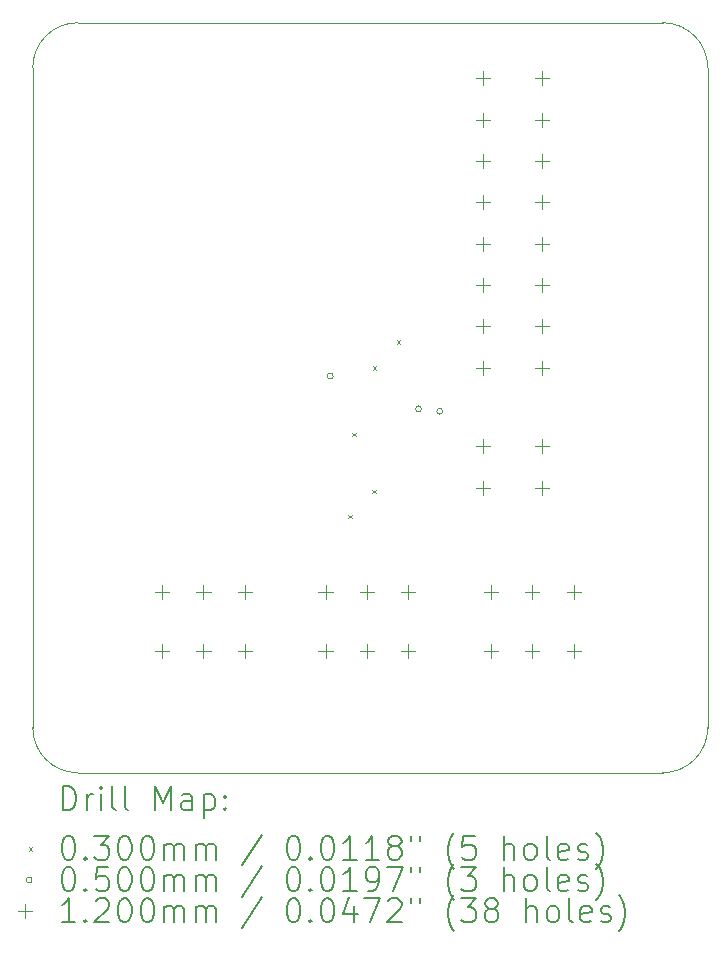
<source format=gbr>
%TF.GenerationSoftware,KiCad,Pcbnew,9.0.0*%
%TF.CreationDate,2025-02-28T23:18:16-08:00*%
%TF.ProjectId,Constellation STAR LAF V1.1,436f6e73-7465-46c6-9c61-74696f6e2053,rev?*%
%TF.SameCoordinates,Original*%
%TF.FileFunction,Drillmap*%
%TF.FilePolarity,Positive*%
%FSLAX45Y45*%
G04 Gerber Fmt 4.5, Leading zero omitted, Abs format (unit mm)*
G04 Created by KiCad (PCBNEW 9.0.0) date 2025-02-28 23:18:16*
%MOMM*%
%LPD*%
G01*
G04 APERTURE LIST*
%ADD10C,0.100000*%
%ADD11C,0.200000*%
%ADD12C,0.120000*%
G04 APERTURE END LIST*
D10*
X2540000Y-8509000D02*
X2540000Y-2921000D01*
X2921000Y-8890000D02*
G75*
G02*
X2540000Y-8509000I0J381000D01*
G01*
X8255000Y-8509000D02*
G75*
G02*
X7874000Y-8890000I-381000J0D01*
G01*
X2540000Y-2921000D02*
G75*
G02*
X2921000Y-2540000I381000J0D01*
G01*
X7874000Y-8890000D02*
X2921000Y-8890000D01*
X8255000Y-2921000D02*
X8255000Y-8509000D01*
X7874000Y-2540000D02*
G75*
G02*
X8255000Y-2921000I0J-381000D01*
G01*
X2921000Y-2540000D02*
X7874000Y-2540000D01*
D11*
D10*
X5212000Y-6705000D02*
X5242000Y-6735000D01*
X5242000Y-6705000D02*
X5212000Y-6735000D01*
X5246000Y-6013000D02*
X5276000Y-6043000D01*
X5276000Y-6013000D02*
X5246000Y-6043000D01*
X5413000Y-6494000D02*
X5443000Y-6524000D01*
X5443000Y-6494000D02*
X5413000Y-6524000D01*
X5419000Y-5447000D02*
X5449000Y-5477000D01*
X5449000Y-5447000D02*
X5419000Y-5477000D01*
X5621000Y-5228000D02*
X5651000Y-5258000D01*
X5651000Y-5228000D02*
X5621000Y-5258000D01*
X5084000Y-5532000D02*
G75*
G02*
X5034000Y-5532000I-25000J0D01*
G01*
X5034000Y-5532000D02*
G75*
G02*
X5084000Y-5532000I25000J0D01*
G01*
X5831000Y-5809000D02*
G75*
G02*
X5781000Y-5809000I-25000J0D01*
G01*
X5781000Y-5809000D02*
G75*
G02*
X5831000Y-5809000I25000J0D01*
G01*
X6011000Y-5830000D02*
G75*
G02*
X5961000Y-5830000I-25000J0D01*
G01*
X5961000Y-5830000D02*
G75*
G02*
X6011000Y-5830000I25000J0D01*
G01*
D12*
X3635000Y-7298000D02*
X3635000Y-7418000D01*
X3575000Y-7358000D02*
X3695000Y-7358000D01*
X3635000Y-7798000D02*
X3635000Y-7918000D01*
X3575000Y-7858000D02*
X3695000Y-7858000D01*
X3985000Y-7298000D02*
X3985000Y-7418000D01*
X3925000Y-7358000D02*
X4045000Y-7358000D01*
X3985000Y-7798000D02*
X3985000Y-7918000D01*
X3925000Y-7858000D02*
X4045000Y-7858000D01*
X4335000Y-7298000D02*
X4335000Y-7418000D01*
X4275000Y-7358000D02*
X4395000Y-7358000D01*
X4335000Y-7798000D02*
X4335000Y-7918000D01*
X4275000Y-7858000D02*
X4395000Y-7858000D01*
X5019000Y-7298000D02*
X5019000Y-7418000D01*
X4959000Y-7358000D02*
X5079000Y-7358000D01*
X5019000Y-7798000D02*
X5019000Y-7918000D01*
X4959000Y-7858000D02*
X5079000Y-7858000D01*
X5369000Y-7298000D02*
X5369000Y-7418000D01*
X5309000Y-7358000D02*
X5429000Y-7358000D01*
X5369000Y-7798000D02*
X5369000Y-7918000D01*
X5309000Y-7858000D02*
X5429000Y-7858000D01*
X5719000Y-7298000D02*
X5719000Y-7418000D01*
X5659000Y-7358000D02*
X5779000Y-7358000D01*
X5719000Y-7798000D02*
X5719000Y-7918000D01*
X5659000Y-7858000D02*
X5779000Y-7858000D01*
X6350000Y-2950999D02*
X6350000Y-3070999D01*
X6290000Y-3010999D02*
X6410000Y-3010999D01*
X6350000Y-3301000D02*
X6350000Y-3421000D01*
X6290000Y-3361000D02*
X6410000Y-3361000D01*
X6350000Y-3651000D02*
X6350000Y-3771000D01*
X6290000Y-3711000D02*
X6410000Y-3711000D01*
X6350000Y-4001000D02*
X6350000Y-4121000D01*
X6290000Y-4061000D02*
X6410000Y-4061000D01*
X6350000Y-4351000D02*
X6350000Y-4471000D01*
X6290000Y-4411000D02*
X6410000Y-4411000D01*
X6350000Y-4701000D02*
X6350000Y-4821000D01*
X6290000Y-4761000D02*
X6410000Y-4761000D01*
X6350000Y-5051000D02*
X6350000Y-5171000D01*
X6290000Y-5111000D02*
X6410000Y-5111000D01*
X6350000Y-5401000D02*
X6350000Y-5521000D01*
X6290000Y-5461000D02*
X6410000Y-5461000D01*
X6350000Y-6067000D02*
X6350000Y-6187000D01*
X6290000Y-6127000D02*
X6410000Y-6127000D01*
X6350000Y-6417000D02*
X6350000Y-6537000D01*
X6290000Y-6477000D02*
X6410000Y-6477000D01*
X6419500Y-7298000D02*
X6419500Y-7418000D01*
X6359500Y-7358000D02*
X6479500Y-7358000D01*
X6419500Y-7798000D02*
X6419500Y-7918000D01*
X6359500Y-7858000D02*
X6479500Y-7858000D01*
X6769500Y-7298000D02*
X6769500Y-7418000D01*
X6709500Y-7358000D02*
X6829500Y-7358000D01*
X6769500Y-7798000D02*
X6769500Y-7918000D01*
X6709500Y-7858000D02*
X6829500Y-7858000D01*
X6850000Y-5051000D02*
X6850000Y-5171000D01*
X6790000Y-5111000D02*
X6910000Y-5111000D01*
X6850000Y-2950999D02*
X6850000Y-3070999D01*
X6790000Y-3010999D02*
X6910000Y-3010999D01*
X6850000Y-3301000D02*
X6850000Y-3421000D01*
X6790000Y-3361000D02*
X6910000Y-3361000D01*
X6850000Y-3651000D02*
X6850000Y-3771000D01*
X6790000Y-3711000D02*
X6910000Y-3711000D01*
X6850000Y-4001000D02*
X6850000Y-4121000D01*
X6790000Y-4061000D02*
X6910000Y-4061000D01*
X6850000Y-4351000D02*
X6850000Y-4471000D01*
X6790000Y-4411000D02*
X6910000Y-4411000D01*
X6850000Y-4701000D02*
X6850000Y-4821000D01*
X6790000Y-4761000D02*
X6910000Y-4761000D01*
X6850000Y-5401000D02*
X6850000Y-5521000D01*
X6790000Y-5461000D02*
X6910000Y-5461000D01*
X6850000Y-6067000D02*
X6850000Y-6187000D01*
X6790000Y-6127000D02*
X6910000Y-6127000D01*
X6850000Y-6417000D02*
X6850000Y-6537000D01*
X6790000Y-6477000D02*
X6910000Y-6477000D01*
X7119500Y-7298000D02*
X7119500Y-7418000D01*
X7059500Y-7358000D02*
X7179500Y-7358000D01*
X7119500Y-7798000D02*
X7119500Y-7918000D01*
X7059500Y-7858000D02*
X7179500Y-7858000D01*
D11*
X2795777Y-9206484D02*
X2795777Y-9006484D01*
X2795777Y-9006484D02*
X2843396Y-9006484D01*
X2843396Y-9006484D02*
X2871967Y-9016008D01*
X2871967Y-9016008D02*
X2891015Y-9035055D01*
X2891015Y-9035055D02*
X2900539Y-9054103D01*
X2900539Y-9054103D02*
X2910062Y-9092198D01*
X2910062Y-9092198D02*
X2910062Y-9120770D01*
X2910062Y-9120770D02*
X2900539Y-9158865D01*
X2900539Y-9158865D02*
X2891015Y-9177912D01*
X2891015Y-9177912D02*
X2871967Y-9196960D01*
X2871967Y-9196960D02*
X2843396Y-9206484D01*
X2843396Y-9206484D02*
X2795777Y-9206484D01*
X2995777Y-9206484D02*
X2995777Y-9073150D01*
X2995777Y-9111246D02*
X3005301Y-9092198D01*
X3005301Y-9092198D02*
X3014824Y-9082674D01*
X3014824Y-9082674D02*
X3033872Y-9073150D01*
X3033872Y-9073150D02*
X3052920Y-9073150D01*
X3119586Y-9206484D02*
X3119586Y-9073150D01*
X3119586Y-9006484D02*
X3110062Y-9016008D01*
X3110062Y-9016008D02*
X3119586Y-9025531D01*
X3119586Y-9025531D02*
X3129110Y-9016008D01*
X3129110Y-9016008D02*
X3119586Y-9006484D01*
X3119586Y-9006484D02*
X3119586Y-9025531D01*
X3243396Y-9206484D02*
X3224348Y-9196960D01*
X3224348Y-9196960D02*
X3214824Y-9177912D01*
X3214824Y-9177912D02*
X3214824Y-9006484D01*
X3348158Y-9206484D02*
X3329110Y-9196960D01*
X3329110Y-9196960D02*
X3319586Y-9177912D01*
X3319586Y-9177912D02*
X3319586Y-9006484D01*
X3576729Y-9206484D02*
X3576729Y-9006484D01*
X3576729Y-9006484D02*
X3643396Y-9149341D01*
X3643396Y-9149341D02*
X3710062Y-9006484D01*
X3710062Y-9006484D02*
X3710062Y-9206484D01*
X3891015Y-9206484D02*
X3891015Y-9101722D01*
X3891015Y-9101722D02*
X3881491Y-9082674D01*
X3881491Y-9082674D02*
X3862443Y-9073150D01*
X3862443Y-9073150D02*
X3824348Y-9073150D01*
X3824348Y-9073150D02*
X3805301Y-9082674D01*
X3891015Y-9196960D02*
X3871967Y-9206484D01*
X3871967Y-9206484D02*
X3824348Y-9206484D01*
X3824348Y-9206484D02*
X3805301Y-9196960D01*
X3805301Y-9196960D02*
X3795777Y-9177912D01*
X3795777Y-9177912D02*
X3795777Y-9158865D01*
X3795777Y-9158865D02*
X3805301Y-9139817D01*
X3805301Y-9139817D02*
X3824348Y-9130293D01*
X3824348Y-9130293D02*
X3871967Y-9130293D01*
X3871967Y-9130293D02*
X3891015Y-9120770D01*
X3986253Y-9073150D02*
X3986253Y-9273150D01*
X3986253Y-9082674D02*
X4005301Y-9073150D01*
X4005301Y-9073150D02*
X4043396Y-9073150D01*
X4043396Y-9073150D02*
X4062443Y-9082674D01*
X4062443Y-9082674D02*
X4071967Y-9092198D01*
X4071967Y-9092198D02*
X4081491Y-9111246D01*
X4081491Y-9111246D02*
X4081491Y-9168389D01*
X4081491Y-9168389D02*
X4071967Y-9187436D01*
X4071967Y-9187436D02*
X4062443Y-9196960D01*
X4062443Y-9196960D02*
X4043396Y-9206484D01*
X4043396Y-9206484D02*
X4005301Y-9206484D01*
X4005301Y-9206484D02*
X3986253Y-9196960D01*
X4167205Y-9187436D02*
X4176729Y-9196960D01*
X4176729Y-9196960D02*
X4167205Y-9206484D01*
X4167205Y-9206484D02*
X4157682Y-9196960D01*
X4157682Y-9196960D02*
X4167205Y-9187436D01*
X4167205Y-9187436D02*
X4167205Y-9206484D01*
X4167205Y-9082674D02*
X4176729Y-9092198D01*
X4176729Y-9092198D02*
X4167205Y-9101722D01*
X4167205Y-9101722D02*
X4157682Y-9092198D01*
X4157682Y-9092198D02*
X4167205Y-9082674D01*
X4167205Y-9082674D02*
X4167205Y-9101722D01*
D10*
X2505000Y-9520000D02*
X2535000Y-9550000D01*
X2535000Y-9520000D02*
X2505000Y-9550000D01*
D11*
X2833872Y-9426484D02*
X2852920Y-9426484D01*
X2852920Y-9426484D02*
X2871967Y-9436008D01*
X2871967Y-9436008D02*
X2881491Y-9445531D01*
X2881491Y-9445531D02*
X2891015Y-9464579D01*
X2891015Y-9464579D02*
X2900539Y-9502674D01*
X2900539Y-9502674D02*
X2900539Y-9550293D01*
X2900539Y-9550293D02*
X2891015Y-9588389D01*
X2891015Y-9588389D02*
X2881491Y-9607436D01*
X2881491Y-9607436D02*
X2871967Y-9616960D01*
X2871967Y-9616960D02*
X2852920Y-9626484D01*
X2852920Y-9626484D02*
X2833872Y-9626484D01*
X2833872Y-9626484D02*
X2814824Y-9616960D01*
X2814824Y-9616960D02*
X2805301Y-9607436D01*
X2805301Y-9607436D02*
X2795777Y-9588389D01*
X2795777Y-9588389D02*
X2786253Y-9550293D01*
X2786253Y-9550293D02*
X2786253Y-9502674D01*
X2786253Y-9502674D02*
X2795777Y-9464579D01*
X2795777Y-9464579D02*
X2805301Y-9445531D01*
X2805301Y-9445531D02*
X2814824Y-9436008D01*
X2814824Y-9436008D02*
X2833872Y-9426484D01*
X2986253Y-9607436D02*
X2995777Y-9616960D01*
X2995777Y-9616960D02*
X2986253Y-9626484D01*
X2986253Y-9626484D02*
X2976729Y-9616960D01*
X2976729Y-9616960D02*
X2986253Y-9607436D01*
X2986253Y-9607436D02*
X2986253Y-9626484D01*
X3062443Y-9426484D02*
X3186253Y-9426484D01*
X3186253Y-9426484D02*
X3119586Y-9502674D01*
X3119586Y-9502674D02*
X3148158Y-9502674D01*
X3148158Y-9502674D02*
X3167205Y-9512198D01*
X3167205Y-9512198D02*
X3176729Y-9521722D01*
X3176729Y-9521722D02*
X3186253Y-9540770D01*
X3186253Y-9540770D02*
X3186253Y-9588389D01*
X3186253Y-9588389D02*
X3176729Y-9607436D01*
X3176729Y-9607436D02*
X3167205Y-9616960D01*
X3167205Y-9616960D02*
X3148158Y-9626484D01*
X3148158Y-9626484D02*
X3091015Y-9626484D01*
X3091015Y-9626484D02*
X3071967Y-9616960D01*
X3071967Y-9616960D02*
X3062443Y-9607436D01*
X3310062Y-9426484D02*
X3329110Y-9426484D01*
X3329110Y-9426484D02*
X3348158Y-9436008D01*
X3348158Y-9436008D02*
X3357682Y-9445531D01*
X3357682Y-9445531D02*
X3367205Y-9464579D01*
X3367205Y-9464579D02*
X3376729Y-9502674D01*
X3376729Y-9502674D02*
X3376729Y-9550293D01*
X3376729Y-9550293D02*
X3367205Y-9588389D01*
X3367205Y-9588389D02*
X3357682Y-9607436D01*
X3357682Y-9607436D02*
X3348158Y-9616960D01*
X3348158Y-9616960D02*
X3329110Y-9626484D01*
X3329110Y-9626484D02*
X3310062Y-9626484D01*
X3310062Y-9626484D02*
X3291015Y-9616960D01*
X3291015Y-9616960D02*
X3281491Y-9607436D01*
X3281491Y-9607436D02*
X3271967Y-9588389D01*
X3271967Y-9588389D02*
X3262443Y-9550293D01*
X3262443Y-9550293D02*
X3262443Y-9502674D01*
X3262443Y-9502674D02*
X3271967Y-9464579D01*
X3271967Y-9464579D02*
X3281491Y-9445531D01*
X3281491Y-9445531D02*
X3291015Y-9436008D01*
X3291015Y-9436008D02*
X3310062Y-9426484D01*
X3500539Y-9426484D02*
X3519586Y-9426484D01*
X3519586Y-9426484D02*
X3538634Y-9436008D01*
X3538634Y-9436008D02*
X3548158Y-9445531D01*
X3548158Y-9445531D02*
X3557682Y-9464579D01*
X3557682Y-9464579D02*
X3567205Y-9502674D01*
X3567205Y-9502674D02*
X3567205Y-9550293D01*
X3567205Y-9550293D02*
X3557682Y-9588389D01*
X3557682Y-9588389D02*
X3548158Y-9607436D01*
X3548158Y-9607436D02*
X3538634Y-9616960D01*
X3538634Y-9616960D02*
X3519586Y-9626484D01*
X3519586Y-9626484D02*
X3500539Y-9626484D01*
X3500539Y-9626484D02*
X3481491Y-9616960D01*
X3481491Y-9616960D02*
X3471967Y-9607436D01*
X3471967Y-9607436D02*
X3462443Y-9588389D01*
X3462443Y-9588389D02*
X3452920Y-9550293D01*
X3452920Y-9550293D02*
X3452920Y-9502674D01*
X3452920Y-9502674D02*
X3462443Y-9464579D01*
X3462443Y-9464579D02*
X3471967Y-9445531D01*
X3471967Y-9445531D02*
X3481491Y-9436008D01*
X3481491Y-9436008D02*
X3500539Y-9426484D01*
X3652920Y-9626484D02*
X3652920Y-9493150D01*
X3652920Y-9512198D02*
X3662443Y-9502674D01*
X3662443Y-9502674D02*
X3681491Y-9493150D01*
X3681491Y-9493150D02*
X3710063Y-9493150D01*
X3710063Y-9493150D02*
X3729110Y-9502674D01*
X3729110Y-9502674D02*
X3738634Y-9521722D01*
X3738634Y-9521722D02*
X3738634Y-9626484D01*
X3738634Y-9521722D02*
X3748158Y-9502674D01*
X3748158Y-9502674D02*
X3767205Y-9493150D01*
X3767205Y-9493150D02*
X3795777Y-9493150D01*
X3795777Y-9493150D02*
X3814824Y-9502674D01*
X3814824Y-9502674D02*
X3824348Y-9521722D01*
X3824348Y-9521722D02*
X3824348Y-9626484D01*
X3919586Y-9626484D02*
X3919586Y-9493150D01*
X3919586Y-9512198D02*
X3929110Y-9502674D01*
X3929110Y-9502674D02*
X3948158Y-9493150D01*
X3948158Y-9493150D02*
X3976729Y-9493150D01*
X3976729Y-9493150D02*
X3995777Y-9502674D01*
X3995777Y-9502674D02*
X4005301Y-9521722D01*
X4005301Y-9521722D02*
X4005301Y-9626484D01*
X4005301Y-9521722D02*
X4014824Y-9502674D01*
X4014824Y-9502674D02*
X4033872Y-9493150D01*
X4033872Y-9493150D02*
X4062443Y-9493150D01*
X4062443Y-9493150D02*
X4081491Y-9502674D01*
X4081491Y-9502674D02*
X4091015Y-9521722D01*
X4091015Y-9521722D02*
X4091015Y-9626484D01*
X4481491Y-9416960D02*
X4310063Y-9674103D01*
X4738634Y-9426484D02*
X4757682Y-9426484D01*
X4757682Y-9426484D02*
X4776729Y-9436008D01*
X4776729Y-9436008D02*
X4786253Y-9445531D01*
X4786253Y-9445531D02*
X4795777Y-9464579D01*
X4795777Y-9464579D02*
X4805301Y-9502674D01*
X4805301Y-9502674D02*
X4805301Y-9550293D01*
X4805301Y-9550293D02*
X4795777Y-9588389D01*
X4795777Y-9588389D02*
X4786253Y-9607436D01*
X4786253Y-9607436D02*
X4776729Y-9616960D01*
X4776729Y-9616960D02*
X4757682Y-9626484D01*
X4757682Y-9626484D02*
X4738634Y-9626484D01*
X4738634Y-9626484D02*
X4719587Y-9616960D01*
X4719587Y-9616960D02*
X4710063Y-9607436D01*
X4710063Y-9607436D02*
X4700539Y-9588389D01*
X4700539Y-9588389D02*
X4691015Y-9550293D01*
X4691015Y-9550293D02*
X4691015Y-9502674D01*
X4691015Y-9502674D02*
X4700539Y-9464579D01*
X4700539Y-9464579D02*
X4710063Y-9445531D01*
X4710063Y-9445531D02*
X4719587Y-9436008D01*
X4719587Y-9436008D02*
X4738634Y-9426484D01*
X4891015Y-9607436D02*
X4900539Y-9616960D01*
X4900539Y-9616960D02*
X4891015Y-9626484D01*
X4891015Y-9626484D02*
X4881491Y-9616960D01*
X4881491Y-9616960D02*
X4891015Y-9607436D01*
X4891015Y-9607436D02*
X4891015Y-9626484D01*
X5024348Y-9426484D02*
X5043396Y-9426484D01*
X5043396Y-9426484D02*
X5062444Y-9436008D01*
X5062444Y-9436008D02*
X5071968Y-9445531D01*
X5071968Y-9445531D02*
X5081491Y-9464579D01*
X5081491Y-9464579D02*
X5091015Y-9502674D01*
X5091015Y-9502674D02*
X5091015Y-9550293D01*
X5091015Y-9550293D02*
X5081491Y-9588389D01*
X5081491Y-9588389D02*
X5071968Y-9607436D01*
X5071968Y-9607436D02*
X5062444Y-9616960D01*
X5062444Y-9616960D02*
X5043396Y-9626484D01*
X5043396Y-9626484D02*
X5024348Y-9626484D01*
X5024348Y-9626484D02*
X5005301Y-9616960D01*
X5005301Y-9616960D02*
X4995777Y-9607436D01*
X4995777Y-9607436D02*
X4986253Y-9588389D01*
X4986253Y-9588389D02*
X4976729Y-9550293D01*
X4976729Y-9550293D02*
X4976729Y-9502674D01*
X4976729Y-9502674D02*
X4986253Y-9464579D01*
X4986253Y-9464579D02*
X4995777Y-9445531D01*
X4995777Y-9445531D02*
X5005301Y-9436008D01*
X5005301Y-9436008D02*
X5024348Y-9426484D01*
X5281491Y-9626484D02*
X5167206Y-9626484D01*
X5224348Y-9626484D02*
X5224348Y-9426484D01*
X5224348Y-9426484D02*
X5205301Y-9455055D01*
X5205301Y-9455055D02*
X5186253Y-9474103D01*
X5186253Y-9474103D02*
X5167206Y-9483627D01*
X5471968Y-9626484D02*
X5357682Y-9626484D01*
X5414825Y-9626484D02*
X5414825Y-9426484D01*
X5414825Y-9426484D02*
X5395777Y-9455055D01*
X5395777Y-9455055D02*
X5376729Y-9474103D01*
X5376729Y-9474103D02*
X5357682Y-9483627D01*
X5586253Y-9512198D02*
X5567206Y-9502674D01*
X5567206Y-9502674D02*
X5557682Y-9493150D01*
X5557682Y-9493150D02*
X5548158Y-9474103D01*
X5548158Y-9474103D02*
X5548158Y-9464579D01*
X5548158Y-9464579D02*
X5557682Y-9445531D01*
X5557682Y-9445531D02*
X5567206Y-9436008D01*
X5567206Y-9436008D02*
X5586253Y-9426484D01*
X5586253Y-9426484D02*
X5624348Y-9426484D01*
X5624348Y-9426484D02*
X5643396Y-9436008D01*
X5643396Y-9436008D02*
X5652920Y-9445531D01*
X5652920Y-9445531D02*
X5662444Y-9464579D01*
X5662444Y-9464579D02*
X5662444Y-9474103D01*
X5662444Y-9474103D02*
X5652920Y-9493150D01*
X5652920Y-9493150D02*
X5643396Y-9502674D01*
X5643396Y-9502674D02*
X5624348Y-9512198D01*
X5624348Y-9512198D02*
X5586253Y-9512198D01*
X5586253Y-9512198D02*
X5567206Y-9521722D01*
X5567206Y-9521722D02*
X5557682Y-9531246D01*
X5557682Y-9531246D02*
X5548158Y-9550293D01*
X5548158Y-9550293D02*
X5548158Y-9588389D01*
X5548158Y-9588389D02*
X5557682Y-9607436D01*
X5557682Y-9607436D02*
X5567206Y-9616960D01*
X5567206Y-9616960D02*
X5586253Y-9626484D01*
X5586253Y-9626484D02*
X5624348Y-9626484D01*
X5624348Y-9626484D02*
X5643396Y-9616960D01*
X5643396Y-9616960D02*
X5652920Y-9607436D01*
X5652920Y-9607436D02*
X5662444Y-9588389D01*
X5662444Y-9588389D02*
X5662444Y-9550293D01*
X5662444Y-9550293D02*
X5652920Y-9531246D01*
X5652920Y-9531246D02*
X5643396Y-9521722D01*
X5643396Y-9521722D02*
X5624348Y-9512198D01*
X5738634Y-9426484D02*
X5738634Y-9464579D01*
X5814825Y-9426484D02*
X5814825Y-9464579D01*
X6110063Y-9702674D02*
X6100539Y-9693150D01*
X6100539Y-9693150D02*
X6081491Y-9664579D01*
X6081491Y-9664579D02*
X6071968Y-9645531D01*
X6071968Y-9645531D02*
X6062444Y-9616960D01*
X6062444Y-9616960D02*
X6052920Y-9569341D01*
X6052920Y-9569341D02*
X6052920Y-9531246D01*
X6052920Y-9531246D02*
X6062444Y-9483627D01*
X6062444Y-9483627D02*
X6071968Y-9455055D01*
X6071968Y-9455055D02*
X6081491Y-9436008D01*
X6081491Y-9436008D02*
X6100539Y-9407436D01*
X6100539Y-9407436D02*
X6110063Y-9397912D01*
X6281491Y-9426484D02*
X6186253Y-9426484D01*
X6186253Y-9426484D02*
X6176729Y-9521722D01*
X6176729Y-9521722D02*
X6186253Y-9512198D01*
X6186253Y-9512198D02*
X6205301Y-9502674D01*
X6205301Y-9502674D02*
X6252920Y-9502674D01*
X6252920Y-9502674D02*
X6271968Y-9512198D01*
X6271968Y-9512198D02*
X6281491Y-9521722D01*
X6281491Y-9521722D02*
X6291015Y-9540770D01*
X6291015Y-9540770D02*
X6291015Y-9588389D01*
X6291015Y-9588389D02*
X6281491Y-9607436D01*
X6281491Y-9607436D02*
X6271968Y-9616960D01*
X6271968Y-9616960D02*
X6252920Y-9626484D01*
X6252920Y-9626484D02*
X6205301Y-9626484D01*
X6205301Y-9626484D02*
X6186253Y-9616960D01*
X6186253Y-9616960D02*
X6176729Y-9607436D01*
X6529110Y-9626484D02*
X6529110Y-9426484D01*
X6614825Y-9626484D02*
X6614825Y-9521722D01*
X6614825Y-9521722D02*
X6605301Y-9502674D01*
X6605301Y-9502674D02*
X6586253Y-9493150D01*
X6586253Y-9493150D02*
X6557682Y-9493150D01*
X6557682Y-9493150D02*
X6538634Y-9502674D01*
X6538634Y-9502674D02*
X6529110Y-9512198D01*
X6738634Y-9626484D02*
X6719587Y-9616960D01*
X6719587Y-9616960D02*
X6710063Y-9607436D01*
X6710063Y-9607436D02*
X6700539Y-9588389D01*
X6700539Y-9588389D02*
X6700539Y-9531246D01*
X6700539Y-9531246D02*
X6710063Y-9512198D01*
X6710063Y-9512198D02*
X6719587Y-9502674D01*
X6719587Y-9502674D02*
X6738634Y-9493150D01*
X6738634Y-9493150D02*
X6767206Y-9493150D01*
X6767206Y-9493150D02*
X6786253Y-9502674D01*
X6786253Y-9502674D02*
X6795777Y-9512198D01*
X6795777Y-9512198D02*
X6805301Y-9531246D01*
X6805301Y-9531246D02*
X6805301Y-9588389D01*
X6805301Y-9588389D02*
X6795777Y-9607436D01*
X6795777Y-9607436D02*
X6786253Y-9616960D01*
X6786253Y-9616960D02*
X6767206Y-9626484D01*
X6767206Y-9626484D02*
X6738634Y-9626484D01*
X6919587Y-9626484D02*
X6900539Y-9616960D01*
X6900539Y-9616960D02*
X6891015Y-9597912D01*
X6891015Y-9597912D02*
X6891015Y-9426484D01*
X7071968Y-9616960D02*
X7052920Y-9626484D01*
X7052920Y-9626484D02*
X7014825Y-9626484D01*
X7014825Y-9626484D02*
X6995777Y-9616960D01*
X6995777Y-9616960D02*
X6986253Y-9597912D01*
X6986253Y-9597912D02*
X6986253Y-9521722D01*
X6986253Y-9521722D02*
X6995777Y-9502674D01*
X6995777Y-9502674D02*
X7014825Y-9493150D01*
X7014825Y-9493150D02*
X7052920Y-9493150D01*
X7052920Y-9493150D02*
X7071968Y-9502674D01*
X7071968Y-9502674D02*
X7081491Y-9521722D01*
X7081491Y-9521722D02*
X7081491Y-9540770D01*
X7081491Y-9540770D02*
X6986253Y-9559817D01*
X7157682Y-9616960D02*
X7176730Y-9626484D01*
X7176730Y-9626484D02*
X7214825Y-9626484D01*
X7214825Y-9626484D02*
X7233872Y-9616960D01*
X7233872Y-9616960D02*
X7243396Y-9597912D01*
X7243396Y-9597912D02*
X7243396Y-9588389D01*
X7243396Y-9588389D02*
X7233872Y-9569341D01*
X7233872Y-9569341D02*
X7214825Y-9559817D01*
X7214825Y-9559817D02*
X7186253Y-9559817D01*
X7186253Y-9559817D02*
X7167206Y-9550293D01*
X7167206Y-9550293D02*
X7157682Y-9531246D01*
X7157682Y-9531246D02*
X7157682Y-9521722D01*
X7157682Y-9521722D02*
X7167206Y-9502674D01*
X7167206Y-9502674D02*
X7186253Y-9493150D01*
X7186253Y-9493150D02*
X7214825Y-9493150D01*
X7214825Y-9493150D02*
X7233872Y-9502674D01*
X7310063Y-9702674D02*
X7319587Y-9693150D01*
X7319587Y-9693150D02*
X7338634Y-9664579D01*
X7338634Y-9664579D02*
X7348158Y-9645531D01*
X7348158Y-9645531D02*
X7357682Y-9616960D01*
X7357682Y-9616960D02*
X7367206Y-9569341D01*
X7367206Y-9569341D02*
X7367206Y-9531246D01*
X7367206Y-9531246D02*
X7357682Y-9483627D01*
X7357682Y-9483627D02*
X7348158Y-9455055D01*
X7348158Y-9455055D02*
X7338634Y-9436008D01*
X7338634Y-9436008D02*
X7319587Y-9407436D01*
X7319587Y-9407436D02*
X7310063Y-9397912D01*
D10*
X2535000Y-9799000D02*
G75*
G02*
X2485000Y-9799000I-25000J0D01*
G01*
X2485000Y-9799000D02*
G75*
G02*
X2535000Y-9799000I25000J0D01*
G01*
D11*
X2833872Y-9690484D02*
X2852920Y-9690484D01*
X2852920Y-9690484D02*
X2871967Y-9700008D01*
X2871967Y-9700008D02*
X2881491Y-9709531D01*
X2881491Y-9709531D02*
X2891015Y-9728579D01*
X2891015Y-9728579D02*
X2900539Y-9766674D01*
X2900539Y-9766674D02*
X2900539Y-9814293D01*
X2900539Y-9814293D02*
X2891015Y-9852389D01*
X2891015Y-9852389D02*
X2881491Y-9871436D01*
X2881491Y-9871436D02*
X2871967Y-9880960D01*
X2871967Y-9880960D02*
X2852920Y-9890484D01*
X2852920Y-9890484D02*
X2833872Y-9890484D01*
X2833872Y-9890484D02*
X2814824Y-9880960D01*
X2814824Y-9880960D02*
X2805301Y-9871436D01*
X2805301Y-9871436D02*
X2795777Y-9852389D01*
X2795777Y-9852389D02*
X2786253Y-9814293D01*
X2786253Y-9814293D02*
X2786253Y-9766674D01*
X2786253Y-9766674D02*
X2795777Y-9728579D01*
X2795777Y-9728579D02*
X2805301Y-9709531D01*
X2805301Y-9709531D02*
X2814824Y-9700008D01*
X2814824Y-9700008D02*
X2833872Y-9690484D01*
X2986253Y-9871436D02*
X2995777Y-9880960D01*
X2995777Y-9880960D02*
X2986253Y-9890484D01*
X2986253Y-9890484D02*
X2976729Y-9880960D01*
X2976729Y-9880960D02*
X2986253Y-9871436D01*
X2986253Y-9871436D02*
X2986253Y-9890484D01*
X3176729Y-9690484D02*
X3081491Y-9690484D01*
X3081491Y-9690484D02*
X3071967Y-9785722D01*
X3071967Y-9785722D02*
X3081491Y-9776198D01*
X3081491Y-9776198D02*
X3100539Y-9766674D01*
X3100539Y-9766674D02*
X3148158Y-9766674D01*
X3148158Y-9766674D02*
X3167205Y-9776198D01*
X3167205Y-9776198D02*
X3176729Y-9785722D01*
X3176729Y-9785722D02*
X3186253Y-9804770D01*
X3186253Y-9804770D02*
X3186253Y-9852389D01*
X3186253Y-9852389D02*
X3176729Y-9871436D01*
X3176729Y-9871436D02*
X3167205Y-9880960D01*
X3167205Y-9880960D02*
X3148158Y-9890484D01*
X3148158Y-9890484D02*
X3100539Y-9890484D01*
X3100539Y-9890484D02*
X3081491Y-9880960D01*
X3081491Y-9880960D02*
X3071967Y-9871436D01*
X3310062Y-9690484D02*
X3329110Y-9690484D01*
X3329110Y-9690484D02*
X3348158Y-9700008D01*
X3348158Y-9700008D02*
X3357682Y-9709531D01*
X3357682Y-9709531D02*
X3367205Y-9728579D01*
X3367205Y-9728579D02*
X3376729Y-9766674D01*
X3376729Y-9766674D02*
X3376729Y-9814293D01*
X3376729Y-9814293D02*
X3367205Y-9852389D01*
X3367205Y-9852389D02*
X3357682Y-9871436D01*
X3357682Y-9871436D02*
X3348158Y-9880960D01*
X3348158Y-9880960D02*
X3329110Y-9890484D01*
X3329110Y-9890484D02*
X3310062Y-9890484D01*
X3310062Y-9890484D02*
X3291015Y-9880960D01*
X3291015Y-9880960D02*
X3281491Y-9871436D01*
X3281491Y-9871436D02*
X3271967Y-9852389D01*
X3271967Y-9852389D02*
X3262443Y-9814293D01*
X3262443Y-9814293D02*
X3262443Y-9766674D01*
X3262443Y-9766674D02*
X3271967Y-9728579D01*
X3271967Y-9728579D02*
X3281491Y-9709531D01*
X3281491Y-9709531D02*
X3291015Y-9700008D01*
X3291015Y-9700008D02*
X3310062Y-9690484D01*
X3500539Y-9690484D02*
X3519586Y-9690484D01*
X3519586Y-9690484D02*
X3538634Y-9700008D01*
X3538634Y-9700008D02*
X3548158Y-9709531D01*
X3548158Y-9709531D02*
X3557682Y-9728579D01*
X3557682Y-9728579D02*
X3567205Y-9766674D01*
X3567205Y-9766674D02*
X3567205Y-9814293D01*
X3567205Y-9814293D02*
X3557682Y-9852389D01*
X3557682Y-9852389D02*
X3548158Y-9871436D01*
X3548158Y-9871436D02*
X3538634Y-9880960D01*
X3538634Y-9880960D02*
X3519586Y-9890484D01*
X3519586Y-9890484D02*
X3500539Y-9890484D01*
X3500539Y-9890484D02*
X3481491Y-9880960D01*
X3481491Y-9880960D02*
X3471967Y-9871436D01*
X3471967Y-9871436D02*
X3462443Y-9852389D01*
X3462443Y-9852389D02*
X3452920Y-9814293D01*
X3452920Y-9814293D02*
X3452920Y-9766674D01*
X3452920Y-9766674D02*
X3462443Y-9728579D01*
X3462443Y-9728579D02*
X3471967Y-9709531D01*
X3471967Y-9709531D02*
X3481491Y-9700008D01*
X3481491Y-9700008D02*
X3500539Y-9690484D01*
X3652920Y-9890484D02*
X3652920Y-9757150D01*
X3652920Y-9776198D02*
X3662443Y-9766674D01*
X3662443Y-9766674D02*
X3681491Y-9757150D01*
X3681491Y-9757150D02*
X3710063Y-9757150D01*
X3710063Y-9757150D02*
X3729110Y-9766674D01*
X3729110Y-9766674D02*
X3738634Y-9785722D01*
X3738634Y-9785722D02*
X3738634Y-9890484D01*
X3738634Y-9785722D02*
X3748158Y-9766674D01*
X3748158Y-9766674D02*
X3767205Y-9757150D01*
X3767205Y-9757150D02*
X3795777Y-9757150D01*
X3795777Y-9757150D02*
X3814824Y-9766674D01*
X3814824Y-9766674D02*
X3824348Y-9785722D01*
X3824348Y-9785722D02*
X3824348Y-9890484D01*
X3919586Y-9890484D02*
X3919586Y-9757150D01*
X3919586Y-9776198D02*
X3929110Y-9766674D01*
X3929110Y-9766674D02*
X3948158Y-9757150D01*
X3948158Y-9757150D02*
X3976729Y-9757150D01*
X3976729Y-9757150D02*
X3995777Y-9766674D01*
X3995777Y-9766674D02*
X4005301Y-9785722D01*
X4005301Y-9785722D02*
X4005301Y-9890484D01*
X4005301Y-9785722D02*
X4014824Y-9766674D01*
X4014824Y-9766674D02*
X4033872Y-9757150D01*
X4033872Y-9757150D02*
X4062443Y-9757150D01*
X4062443Y-9757150D02*
X4081491Y-9766674D01*
X4081491Y-9766674D02*
X4091015Y-9785722D01*
X4091015Y-9785722D02*
X4091015Y-9890484D01*
X4481491Y-9680960D02*
X4310063Y-9938103D01*
X4738634Y-9690484D02*
X4757682Y-9690484D01*
X4757682Y-9690484D02*
X4776729Y-9700008D01*
X4776729Y-9700008D02*
X4786253Y-9709531D01*
X4786253Y-9709531D02*
X4795777Y-9728579D01*
X4795777Y-9728579D02*
X4805301Y-9766674D01*
X4805301Y-9766674D02*
X4805301Y-9814293D01*
X4805301Y-9814293D02*
X4795777Y-9852389D01*
X4795777Y-9852389D02*
X4786253Y-9871436D01*
X4786253Y-9871436D02*
X4776729Y-9880960D01*
X4776729Y-9880960D02*
X4757682Y-9890484D01*
X4757682Y-9890484D02*
X4738634Y-9890484D01*
X4738634Y-9890484D02*
X4719587Y-9880960D01*
X4719587Y-9880960D02*
X4710063Y-9871436D01*
X4710063Y-9871436D02*
X4700539Y-9852389D01*
X4700539Y-9852389D02*
X4691015Y-9814293D01*
X4691015Y-9814293D02*
X4691015Y-9766674D01*
X4691015Y-9766674D02*
X4700539Y-9728579D01*
X4700539Y-9728579D02*
X4710063Y-9709531D01*
X4710063Y-9709531D02*
X4719587Y-9700008D01*
X4719587Y-9700008D02*
X4738634Y-9690484D01*
X4891015Y-9871436D02*
X4900539Y-9880960D01*
X4900539Y-9880960D02*
X4891015Y-9890484D01*
X4891015Y-9890484D02*
X4881491Y-9880960D01*
X4881491Y-9880960D02*
X4891015Y-9871436D01*
X4891015Y-9871436D02*
X4891015Y-9890484D01*
X5024348Y-9690484D02*
X5043396Y-9690484D01*
X5043396Y-9690484D02*
X5062444Y-9700008D01*
X5062444Y-9700008D02*
X5071968Y-9709531D01*
X5071968Y-9709531D02*
X5081491Y-9728579D01*
X5081491Y-9728579D02*
X5091015Y-9766674D01*
X5091015Y-9766674D02*
X5091015Y-9814293D01*
X5091015Y-9814293D02*
X5081491Y-9852389D01*
X5081491Y-9852389D02*
X5071968Y-9871436D01*
X5071968Y-9871436D02*
X5062444Y-9880960D01*
X5062444Y-9880960D02*
X5043396Y-9890484D01*
X5043396Y-9890484D02*
X5024348Y-9890484D01*
X5024348Y-9890484D02*
X5005301Y-9880960D01*
X5005301Y-9880960D02*
X4995777Y-9871436D01*
X4995777Y-9871436D02*
X4986253Y-9852389D01*
X4986253Y-9852389D02*
X4976729Y-9814293D01*
X4976729Y-9814293D02*
X4976729Y-9766674D01*
X4976729Y-9766674D02*
X4986253Y-9728579D01*
X4986253Y-9728579D02*
X4995777Y-9709531D01*
X4995777Y-9709531D02*
X5005301Y-9700008D01*
X5005301Y-9700008D02*
X5024348Y-9690484D01*
X5281491Y-9890484D02*
X5167206Y-9890484D01*
X5224348Y-9890484D02*
X5224348Y-9690484D01*
X5224348Y-9690484D02*
X5205301Y-9719055D01*
X5205301Y-9719055D02*
X5186253Y-9738103D01*
X5186253Y-9738103D02*
X5167206Y-9747627D01*
X5376729Y-9890484D02*
X5414825Y-9890484D01*
X5414825Y-9890484D02*
X5433872Y-9880960D01*
X5433872Y-9880960D02*
X5443396Y-9871436D01*
X5443396Y-9871436D02*
X5462444Y-9842865D01*
X5462444Y-9842865D02*
X5471968Y-9804770D01*
X5471968Y-9804770D02*
X5471968Y-9728579D01*
X5471968Y-9728579D02*
X5462444Y-9709531D01*
X5462444Y-9709531D02*
X5452920Y-9700008D01*
X5452920Y-9700008D02*
X5433872Y-9690484D01*
X5433872Y-9690484D02*
X5395777Y-9690484D01*
X5395777Y-9690484D02*
X5376729Y-9700008D01*
X5376729Y-9700008D02*
X5367206Y-9709531D01*
X5367206Y-9709531D02*
X5357682Y-9728579D01*
X5357682Y-9728579D02*
X5357682Y-9776198D01*
X5357682Y-9776198D02*
X5367206Y-9795246D01*
X5367206Y-9795246D02*
X5376729Y-9804770D01*
X5376729Y-9804770D02*
X5395777Y-9814293D01*
X5395777Y-9814293D02*
X5433872Y-9814293D01*
X5433872Y-9814293D02*
X5452920Y-9804770D01*
X5452920Y-9804770D02*
X5462444Y-9795246D01*
X5462444Y-9795246D02*
X5471968Y-9776198D01*
X5538634Y-9690484D02*
X5671967Y-9690484D01*
X5671967Y-9690484D02*
X5586253Y-9890484D01*
X5738634Y-9690484D02*
X5738634Y-9728579D01*
X5814825Y-9690484D02*
X5814825Y-9728579D01*
X6110063Y-9966674D02*
X6100539Y-9957150D01*
X6100539Y-9957150D02*
X6081491Y-9928579D01*
X6081491Y-9928579D02*
X6071968Y-9909531D01*
X6071968Y-9909531D02*
X6062444Y-9880960D01*
X6062444Y-9880960D02*
X6052920Y-9833341D01*
X6052920Y-9833341D02*
X6052920Y-9795246D01*
X6052920Y-9795246D02*
X6062444Y-9747627D01*
X6062444Y-9747627D02*
X6071968Y-9719055D01*
X6071968Y-9719055D02*
X6081491Y-9700008D01*
X6081491Y-9700008D02*
X6100539Y-9671436D01*
X6100539Y-9671436D02*
X6110063Y-9661912D01*
X6167206Y-9690484D02*
X6291015Y-9690484D01*
X6291015Y-9690484D02*
X6224348Y-9766674D01*
X6224348Y-9766674D02*
X6252920Y-9766674D01*
X6252920Y-9766674D02*
X6271968Y-9776198D01*
X6271968Y-9776198D02*
X6281491Y-9785722D01*
X6281491Y-9785722D02*
X6291015Y-9804770D01*
X6291015Y-9804770D02*
X6291015Y-9852389D01*
X6291015Y-9852389D02*
X6281491Y-9871436D01*
X6281491Y-9871436D02*
X6271968Y-9880960D01*
X6271968Y-9880960D02*
X6252920Y-9890484D01*
X6252920Y-9890484D02*
X6195777Y-9890484D01*
X6195777Y-9890484D02*
X6176729Y-9880960D01*
X6176729Y-9880960D02*
X6167206Y-9871436D01*
X6529110Y-9890484D02*
X6529110Y-9690484D01*
X6614825Y-9890484D02*
X6614825Y-9785722D01*
X6614825Y-9785722D02*
X6605301Y-9766674D01*
X6605301Y-9766674D02*
X6586253Y-9757150D01*
X6586253Y-9757150D02*
X6557682Y-9757150D01*
X6557682Y-9757150D02*
X6538634Y-9766674D01*
X6538634Y-9766674D02*
X6529110Y-9776198D01*
X6738634Y-9890484D02*
X6719587Y-9880960D01*
X6719587Y-9880960D02*
X6710063Y-9871436D01*
X6710063Y-9871436D02*
X6700539Y-9852389D01*
X6700539Y-9852389D02*
X6700539Y-9795246D01*
X6700539Y-9795246D02*
X6710063Y-9776198D01*
X6710063Y-9776198D02*
X6719587Y-9766674D01*
X6719587Y-9766674D02*
X6738634Y-9757150D01*
X6738634Y-9757150D02*
X6767206Y-9757150D01*
X6767206Y-9757150D02*
X6786253Y-9766674D01*
X6786253Y-9766674D02*
X6795777Y-9776198D01*
X6795777Y-9776198D02*
X6805301Y-9795246D01*
X6805301Y-9795246D02*
X6805301Y-9852389D01*
X6805301Y-9852389D02*
X6795777Y-9871436D01*
X6795777Y-9871436D02*
X6786253Y-9880960D01*
X6786253Y-9880960D02*
X6767206Y-9890484D01*
X6767206Y-9890484D02*
X6738634Y-9890484D01*
X6919587Y-9890484D02*
X6900539Y-9880960D01*
X6900539Y-9880960D02*
X6891015Y-9861912D01*
X6891015Y-9861912D02*
X6891015Y-9690484D01*
X7071968Y-9880960D02*
X7052920Y-9890484D01*
X7052920Y-9890484D02*
X7014825Y-9890484D01*
X7014825Y-9890484D02*
X6995777Y-9880960D01*
X6995777Y-9880960D02*
X6986253Y-9861912D01*
X6986253Y-9861912D02*
X6986253Y-9785722D01*
X6986253Y-9785722D02*
X6995777Y-9766674D01*
X6995777Y-9766674D02*
X7014825Y-9757150D01*
X7014825Y-9757150D02*
X7052920Y-9757150D01*
X7052920Y-9757150D02*
X7071968Y-9766674D01*
X7071968Y-9766674D02*
X7081491Y-9785722D01*
X7081491Y-9785722D02*
X7081491Y-9804770D01*
X7081491Y-9804770D02*
X6986253Y-9823817D01*
X7157682Y-9880960D02*
X7176730Y-9890484D01*
X7176730Y-9890484D02*
X7214825Y-9890484D01*
X7214825Y-9890484D02*
X7233872Y-9880960D01*
X7233872Y-9880960D02*
X7243396Y-9861912D01*
X7243396Y-9861912D02*
X7243396Y-9852389D01*
X7243396Y-9852389D02*
X7233872Y-9833341D01*
X7233872Y-9833341D02*
X7214825Y-9823817D01*
X7214825Y-9823817D02*
X7186253Y-9823817D01*
X7186253Y-9823817D02*
X7167206Y-9814293D01*
X7167206Y-9814293D02*
X7157682Y-9795246D01*
X7157682Y-9795246D02*
X7157682Y-9785722D01*
X7157682Y-9785722D02*
X7167206Y-9766674D01*
X7167206Y-9766674D02*
X7186253Y-9757150D01*
X7186253Y-9757150D02*
X7214825Y-9757150D01*
X7214825Y-9757150D02*
X7233872Y-9766674D01*
X7310063Y-9966674D02*
X7319587Y-9957150D01*
X7319587Y-9957150D02*
X7338634Y-9928579D01*
X7338634Y-9928579D02*
X7348158Y-9909531D01*
X7348158Y-9909531D02*
X7357682Y-9880960D01*
X7357682Y-9880960D02*
X7367206Y-9833341D01*
X7367206Y-9833341D02*
X7367206Y-9795246D01*
X7367206Y-9795246D02*
X7357682Y-9747627D01*
X7357682Y-9747627D02*
X7348158Y-9719055D01*
X7348158Y-9719055D02*
X7338634Y-9700008D01*
X7338634Y-9700008D02*
X7319587Y-9671436D01*
X7319587Y-9671436D02*
X7310063Y-9661912D01*
D12*
X2475000Y-10003000D02*
X2475000Y-10123000D01*
X2415000Y-10063000D02*
X2535000Y-10063000D01*
D11*
X2900539Y-10154484D02*
X2786253Y-10154484D01*
X2843396Y-10154484D02*
X2843396Y-9954484D01*
X2843396Y-9954484D02*
X2824348Y-9983055D01*
X2824348Y-9983055D02*
X2805301Y-10002103D01*
X2805301Y-10002103D02*
X2786253Y-10011627D01*
X2986253Y-10135436D02*
X2995777Y-10144960D01*
X2995777Y-10144960D02*
X2986253Y-10154484D01*
X2986253Y-10154484D02*
X2976729Y-10144960D01*
X2976729Y-10144960D02*
X2986253Y-10135436D01*
X2986253Y-10135436D02*
X2986253Y-10154484D01*
X3071967Y-9973531D02*
X3081491Y-9964008D01*
X3081491Y-9964008D02*
X3100539Y-9954484D01*
X3100539Y-9954484D02*
X3148158Y-9954484D01*
X3148158Y-9954484D02*
X3167205Y-9964008D01*
X3167205Y-9964008D02*
X3176729Y-9973531D01*
X3176729Y-9973531D02*
X3186253Y-9992579D01*
X3186253Y-9992579D02*
X3186253Y-10011627D01*
X3186253Y-10011627D02*
X3176729Y-10040198D01*
X3176729Y-10040198D02*
X3062443Y-10154484D01*
X3062443Y-10154484D02*
X3186253Y-10154484D01*
X3310062Y-9954484D02*
X3329110Y-9954484D01*
X3329110Y-9954484D02*
X3348158Y-9964008D01*
X3348158Y-9964008D02*
X3357682Y-9973531D01*
X3357682Y-9973531D02*
X3367205Y-9992579D01*
X3367205Y-9992579D02*
X3376729Y-10030674D01*
X3376729Y-10030674D02*
X3376729Y-10078293D01*
X3376729Y-10078293D02*
X3367205Y-10116389D01*
X3367205Y-10116389D02*
X3357682Y-10135436D01*
X3357682Y-10135436D02*
X3348158Y-10144960D01*
X3348158Y-10144960D02*
X3329110Y-10154484D01*
X3329110Y-10154484D02*
X3310062Y-10154484D01*
X3310062Y-10154484D02*
X3291015Y-10144960D01*
X3291015Y-10144960D02*
X3281491Y-10135436D01*
X3281491Y-10135436D02*
X3271967Y-10116389D01*
X3271967Y-10116389D02*
X3262443Y-10078293D01*
X3262443Y-10078293D02*
X3262443Y-10030674D01*
X3262443Y-10030674D02*
X3271967Y-9992579D01*
X3271967Y-9992579D02*
X3281491Y-9973531D01*
X3281491Y-9973531D02*
X3291015Y-9964008D01*
X3291015Y-9964008D02*
X3310062Y-9954484D01*
X3500539Y-9954484D02*
X3519586Y-9954484D01*
X3519586Y-9954484D02*
X3538634Y-9964008D01*
X3538634Y-9964008D02*
X3548158Y-9973531D01*
X3548158Y-9973531D02*
X3557682Y-9992579D01*
X3557682Y-9992579D02*
X3567205Y-10030674D01*
X3567205Y-10030674D02*
X3567205Y-10078293D01*
X3567205Y-10078293D02*
X3557682Y-10116389D01*
X3557682Y-10116389D02*
X3548158Y-10135436D01*
X3548158Y-10135436D02*
X3538634Y-10144960D01*
X3538634Y-10144960D02*
X3519586Y-10154484D01*
X3519586Y-10154484D02*
X3500539Y-10154484D01*
X3500539Y-10154484D02*
X3481491Y-10144960D01*
X3481491Y-10144960D02*
X3471967Y-10135436D01*
X3471967Y-10135436D02*
X3462443Y-10116389D01*
X3462443Y-10116389D02*
X3452920Y-10078293D01*
X3452920Y-10078293D02*
X3452920Y-10030674D01*
X3452920Y-10030674D02*
X3462443Y-9992579D01*
X3462443Y-9992579D02*
X3471967Y-9973531D01*
X3471967Y-9973531D02*
X3481491Y-9964008D01*
X3481491Y-9964008D02*
X3500539Y-9954484D01*
X3652920Y-10154484D02*
X3652920Y-10021150D01*
X3652920Y-10040198D02*
X3662443Y-10030674D01*
X3662443Y-10030674D02*
X3681491Y-10021150D01*
X3681491Y-10021150D02*
X3710063Y-10021150D01*
X3710063Y-10021150D02*
X3729110Y-10030674D01*
X3729110Y-10030674D02*
X3738634Y-10049722D01*
X3738634Y-10049722D02*
X3738634Y-10154484D01*
X3738634Y-10049722D02*
X3748158Y-10030674D01*
X3748158Y-10030674D02*
X3767205Y-10021150D01*
X3767205Y-10021150D02*
X3795777Y-10021150D01*
X3795777Y-10021150D02*
X3814824Y-10030674D01*
X3814824Y-10030674D02*
X3824348Y-10049722D01*
X3824348Y-10049722D02*
X3824348Y-10154484D01*
X3919586Y-10154484D02*
X3919586Y-10021150D01*
X3919586Y-10040198D02*
X3929110Y-10030674D01*
X3929110Y-10030674D02*
X3948158Y-10021150D01*
X3948158Y-10021150D02*
X3976729Y-10021150D01*
X3976729Y-10021150D02*
X3995777Y-10030674D01*
X3995777Y-10030674D02*
X4005301Y-10049722D01*
X4005301Y-10049722D02*
X4005301Y-10154484D01*
X4005301Y-10049722D02*
X4014824Y-10030674D01*
X4014824Y-10030674D02*
X4033872Y-10021150D01*
X4033872Y-10021150D02*
X4062443Y-10021150D01*
X4062443Y-10021150D02*
X4081491Y-10030674D01*
X4081491Y-10030674D02*
X4091015Y-10049722D01*
X4091015Y-10049722D02*
X4091015Y-10154484D01*
X4481491Y-9944960D02*
X4310063Y-10202103D01*
X4738634Y-9954484D02*
X4757682Y-9954484D01*
X4757682Y-9954484D02*
X4776729Y-9964008D01*
X4776729Y-9964008D02*
X4786253Y-9973531D01*
X4786253Y-9973531D02*
X4795777Y-9992579D01*
X4795777Y-9992579D02*
X4805301Y-10030674D01*
X4805301Y-10030674D02*
X4805301Y-10078293D01*
X4805301Y-10078293D02*
X4795777Y-10116389D01*
X4795777Y-10116389D02*
X4786253Y-10135436D01*
X4786253Y-10135436D02*
X4776729Y-10144960D01*
X4776729Y-10144960D02*
X4757682Y-10154484D01*
X4757682Y-10154484D02*
X4738634Y-10154484D01*
X4738634Y-10154484D02*
X4719587Y-10144960D01*
X4719587Y-10144960D02*
X4710063Y-10135436D01*
X4710063Y-10135436D02*
X4700539Y-10116389D01*
X4700539Y-10116389D02*
X4691015Y-10078293D01*
X4691015Y-10078293D02*
X4691015Y-10030674D01*
X4691015Y-10030674D02*
X4700539Y-9992579D01*
X4700539Y-9992579D02*
X4710063Y-9973531D01*
X4710063Y-9973531D02*
X4719587Y-9964008D01*
X4719587Y-9964008D02*
X4738634Y-9954484D01*
X4891015Y-10135436D02*
X4900539Y-10144960D01*
X4900539Y-10144960D02*
X4891015Y-10154484D01*
X4891015Y-10154484D02*
X4881491Y-10144960D01*
X4881491Y-10144960D02*
X4891015Y-10135436D01*
X4891015Y-10135436D02*
X4891015Y-10154484D01*
X5024348Y-9954484D02*
X5043396Y-9954484D01*
X5043396Y-9954484D02*
X5062444Y-9964008D01*
X5062444Y-9964008D02*
X5071968Y-9973531D01*
X5071968Y-9973531D02*
X5081491Y-9992579D01*
X5081491Y-9992579D02*
X5091015Y-10030674D01*
X5091015Y-10030674D02*
X5091015Y-10078293D01*
X5091015Y-10078293D02*
X5081491Y-10116389D01*
X5081491Y-10116389D02*
X5071968Y-10135436D01*
X5071968Y-10135436D02*
X5062444Y-10144960D01*
X5062444Y-10144960D02*
X5043396Y-10154484D01*
X5043396Y-10154484D02*
X5024348Y-10154484D01*
X5024348Y-10154484D02*
X5005301Y-10144960D01*
X5005301Y-10144960D02*
X4995777Y-10135436D01*
X4995777Y-10135436D02*
X4986253Y-10116389D01*
X4986253Y-10116389D02*
X4976729Y-10078293D01*
X4976729Y-10078293D02*
X4976729Y-10030674D01*
X4976729Y-10030674D02*
X4986253Y-9992579D01*
X4986253Y-9992579D02*
X4995777Y-9973531D01*
X4995777Y-9973531D02*
X5005301Y-9964008D01*
X5005301Y-9964008D02*
X5024348Y-9954484D01*
X5262444Y-10021150D02*
X5262444Y-10154484D01*
X5214825Y-9944960D02*
X5167206Y-10087817D01*
X5167206Y-10087817D02*
X5291015Y-10087817D01*
X5348158Y-9954484D02*
X5481491Y-9954484D01*
X5481491Y-9954484D02*
X5395777Y-10154484D01*
X5548158Y-9973531D02*
X5557682Y-9964008D01*
X5557682Y-9964008D02*
X5576729Y-9954484D01*
X5576729Y-9954484D02*
X5624348Y-9954484D01*
X5624348Y-9954484D02*
X5643396Y-9964008D01*
X5643396Y-9964008D02*
X5652920Y-9973531D01*
X5652920Y-9973531D02*
X5662444Y-9992579D01*
X5662444Y-9992579D02*
X5662444Y-10011627D01*
X5662444Y-10011627D02*
X5652920Y-10040198D01*
X5652920Y-10040198D02*
X5538634Y-10154484D01*
X5538634Y-10154484D02*
X5662444Y-10154484D01*
X5738634Y-9954484D02*
X5738634Y-9992579D01*
X5814825Y-9954484D02*
X5814825Y-9992579D01*
X6110063Y-10230674D02*
X6100539Y-10221150D01*
X6100539Y-10221150D02*
X6081491Y-10192579D01*
X6081491Y-10192579D02*
X6071968Y-10173531D01*
X6071968Y-10173531D02*
X6062444Y-10144960D01*
X6062444Y-10144960D02*
X6052920Y-10097341D01*
X6052920Y-10097341D02*
X6052920Y-10059246D01*
X6052920Y-10059246D02*
X6062444Y-10011627D01*
X6062444Y-10011627D02*
X6071968Y-9983055D01*
X6071968Y-9983055D02*
X6081491Y-9964008D01*
X6081491Y-9964008D02*
X6100539Y-9935436D01*
X6100539Y-9935436D02*
X6110063Y-9925912D01*
X6167206Y-9954484D02*
X6291015Y-9954484D01*
X6291015Y-9954484D02*
X6224348Y-10030674D01*
X6224348Y-10030674D02*
X6252920Y-10030674D01*
X6252920Y-10030674D02*
X6271968Y-10040198D01*
X6271968Y-10040198D02*
X6281491Y-10049722D01*
X6281491Y-10049722D02*
X6291015Y-10068770D01*
X6291015Y-10068770D02*
X6291015Y-10116389D01*
X6291015Y-10116389D02*
X6281491Y-10135436D01*
X6281491Y-10135436D02*
X6271968Y-10144960D01*
X6271968Y-10144960D02*
X6252920Y-10154484D01*
X6252920Y-10154484D02*
X6195777Y-10154484D01*
X6195777Y-10154484D02*
X6176729Y-10144960D01*
X6176729Y-10144960D02*
X6167206Y-10135436D01*
X6405301Y-10040198D02*
X6386253Y-10030674D01*
X6386253Y-10030674D02*
X6376729Y-10021150D01*
X6376729Y-10021150D02*
X6367206Y-10002103D01*
X6367206Y-10002103D02*
X6367206Y-9992579D01*
X6367206Y-9992579D02*
X6376729Y-9973531D01*
X6376729Y-9973531D02*
X6386253Y-9964008D01*
X6386253Y-9964008D02*
X6405301Y-9954484D01*
X6405301Y-9954484D02*
X6443396Y-9954484D01*
X6443396Y-9954484D02*
X6462444Y-9964008D01*
X6462444Y-9964008D02*
X6471968Y-9973531D01*
X6471968Y-9973531D02*
X6481491Y-9992579D01*
X6481491Y-9992579D02*
X6481491Y-10002103D01*
X6481491Y-10002103D02*
X6471968Y-10021150D01*
X6471968Y-10021150D02*
X6462444Y-10030674D01*
X6462444Y-10030674D02*
X6443396Y-10040198D01*
X6443396Y-10040198D02*
X6405301Y-10040198D01*
X6405301Y-10040198D02*
X6386253Y-10049722D01*
X6386253Y-10049722D02*
X6376729Y-10059246D01*
X6376729Y-10059246D02*
X6367206Y-10078293D01*
X6367206Y-10078293D02*
X6367206Y-10116389D01*
X6367206Y-10116389D02*
X6376729Y-10135436D01*
X6376729Y-10135436D02*
X6386253Y-10144960D01*
X6386253Y-10144960D02*
X6405301Y-10154484D01*
X6405301Y-10154484D02*
X6443396Y-10154484D01*
X6443396Y-10154484D02*
X6462444Y-10144960D01*
X6462444Y-10144960D02*
X6471968Y-10135436D01*
X6471968Y-10135436D02*
X6481491Y-10116389D01*
X6481491Y-10116389D02*
X6481491Y-10078293D01*
X6481491Y-10078293D02*
X6471968Y-10059246D01*
X6471968Y-10059246D02*
X6462444Y-10049722D01*
X6462444Y-10049722D02*
X6443396Y-10040198D01*
X6719587Y-10154484D02*
X6719587Y-9954484D01*
X6805301Y-10154484D02*
X6805301Y-10049722D01*
X6805301Y-10049722D02*
X6795777Y-10030674D01*
X6795777Y-10030674D02*
X6776730Y-10021150D01*
X6776730Y-10021150D02*
X6748158Y-10021150D01*
X6748158Y-10021150D02*
X6729110Y-10030674D01*
X6729110Y-10030674D02*
X6719587Y-10040198D01*
X6929110Y-10154484D02*
X6910063Y-10144960D01*
X6910063Y-10144960D02*
X6900539Y-10135436D01*
X6900539Y-10135436D02*
X6891015Y-10116389D01*
X6891015Y-10116389D02*
X6891015Y-10059246D01*
X6891015Y-10059246D02*
X6900539Y-10040198D01*
X6900539Y-10040198D02*
X6910063Y-10030674D01*
X6910063Y-10030674D02*
X6929110Y-10021150D01*
X6929110Y-10021150D02*
X6957682Y-10021150D01*
X6957682Y-10021150D02*
X6976730Y-10030674D01*
X6976730Y-10030674D02*
X6986253Y-10040198D01*
X6986253Y-10040198D02*
X6995777Y-10059246D01*
X6995777Y-10059246D02*
X6995777Y-10116389D01*
X6995777Y-10116389D02*
X6986253Y-10135436D01*
X6986253Y-10135436D02*
X6976730Y-10144960D01*
X6976730Y-10144960D02*
X6957682Y-10154484D01*
X6957682Y-10154484D02*
X6929110Y-10154484D01*
X7110063Y-10154484D02*
X7091015Y-10144960D01*
X7091015Y-10144960D02*
X7081491Y-10125912D01*
X7081491Y-10125912D02*
X7081491Y-9954484D01*
X7262444Y-10144960D02*
X7243396Y-10154484D01*
X7243396Y-10154484D02*
X7205301Y-10154484D01*
X7205301Y-10154484D02*
X7186253Y-10144960D01*
X7186253Y-10144960D02*
X7176730Y-10125912D01*
X7176730Y-10125912D02*
X7176730Y-10049722D01*
X7176730Y-10049722D02*
X7186253Y-10030674D01*
X7186253Y-10030674D02*
X7205301Y-10021150D01*
X7205301Y-10021150D02*
X7243396Y-10021150D01*
X7243396Y-10021150D02*
X7262444Y-10030674D01*
X7262444Y-10030674D02*
X7271968Y-10049722D01*
X7271968Y-10049722D02*
X7271968Y-10068770D01*
X7271968Y-10068770D02*
X7176730Y-10087817D01*
X7348158Y-10144960D02*
X7367206Y-10154484D01*
X7367206Y-10154484D02*
X7405301Y-10154484D01*
X7405301Y-10154484D02*
X7424349Y-10144960D01*
X7424349Y-10144960D02*
X7433872Y-10125912D01*
X7433872Y-10125912D02*
X7433872Y-10116389D01*
X7433872Y-10116389D02*
X7424349Y-10097341D01*
X7424349Y-10097341D02*
X7405301Y-10087817D01*
X7405301Y-10087817D02*
X7376730Y-10087817D01*
X7376730Y-10087817D02*
X7357682Y-10078293D01*
X7357682Y-10078293D02*
X7348158Y-10059246D01*
X7348158Y-10059246D02*
X7348158Y-10049722D01*
X7348158Y-10049722D02*
X7357682Y-10030674D01*
X7357682Y-10030674D02*
X7376730Y-10021150D01*
X7376730Y-10021150D02*
X7405301Y-10021150D01*
X7405301Y-10021150D02*
X7424349Y-10030674D01*
X7500539Y-10230674D02*
X7510063Y-10221150D01*
X7510063Y-10221150D02*
X7529111Y-10192579D01*
X7529111Y-10192579D02*
X7538634Y-10173531D01*
X7538634Y-10173531D02*
X7548158Y-10144960D01*
X7548158Y-10144960D02*
X7557682Y-10097341D01*
X7557682Y-10097341D02*
X7557682Y-10059246D01*
X7557682Y-10059246D02*
X7548158Y-10011627D01*
X7548158Y-10011627D02*
X7538634Y-9983055D01*
X7538634Y-9983055D02*
X7529111Y-9964008D01*
X7529111Y-9964008D02*
X7510063Y-9935436D01*
X7510063Y-9935436D02*
X7500539Y-9925912D01*
M02*

</source>
